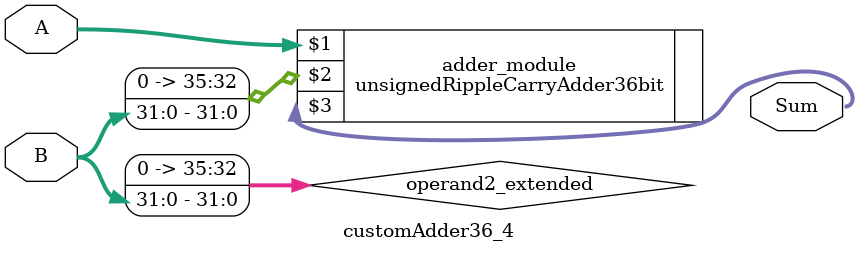
<source format=v>
module customAdder36_4(
                        input [35 : 0] A,
                        input [31 : 0] B,
                        
                        output [36 : 0] Sum
                );

        wire [35 : 0] operand2_extended;
        
        assign operand2_extended =  {4'b0, B};
        
        unsignedRippleCarryAdder36bit adder_module(
            A,
            operand2_extended,
            Sum
        );
        
        endmodule
        
</source>
